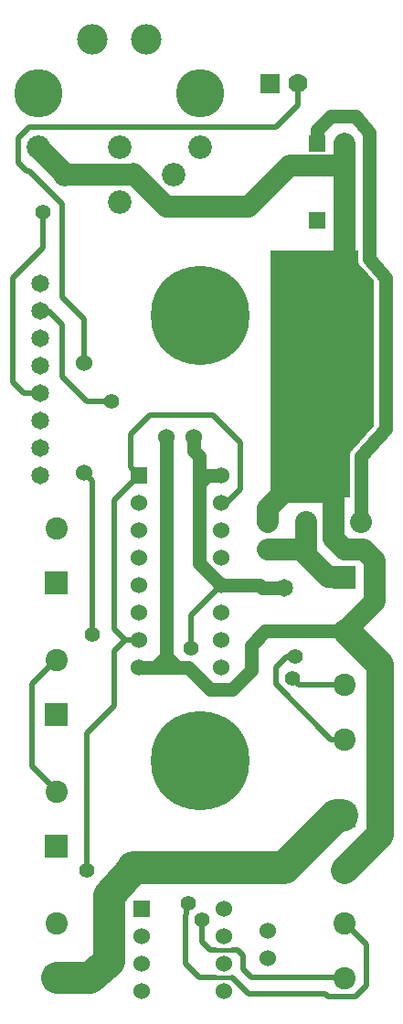
<source format=gbr>
G04 start of page 2 for group 0 idx 0 *
G04 Title: (unknown), solder *
G04 Creator: pcb 1.99x *
G04 CreationDate: Sun Mar 21 05:59:03 2010 UTC *
G04 For: davidellsworth *
G04 Format: Gerber/RS-274X *
G04 PCB-Dimensions: 155000 370000 *
G04 PCB-Coordinate-Origin: lower left *
%MOIN*%
%FSLAX24Y24*%
%LNBACK*%
%ADD11C,0.0500*%
%ADD12C,0.0200*%
%ADD13C,0.1000*%
%ADD14C,0.0800*%
%ADD15C,0.1200*%
%ADD16C,0.1150*%
%ADD17C,0.0150*%
%ADD18C,0.0600*%
%ADD19C,0.0812*%
%ADD20C,0.0650*%
%ADD21C,0.0860*%
%ADD22C,0.1110*%
%ADD23C,0.1760*%
%ADD24C,0.0700*%
%ADD25C,0.2550*%
%ADD26C,0.0550*%
%ADD27C,0.3600*%
%ADD28C,0.0512*%
%ADD29C,0.0300*%
%ADD30C,0.0950*%
%ADD31C,0.0450*%
%ADD32C,0.1300*%
%ADD33C,0.0250*%
G54D11*X13600Y18500D02*Y20900D01*
X14500Y21900D01*
Y27400D01*
X10000Y16100D02*X10800D01*
G54D12*X8500Y16200D02*X7400Y15100D01*
Y13900D01*
G54D11*X8500Y16200D02*X7700Y17000D01*
X8500Y16200D02*X9900D01*
X10000Y16100D02*X9900Y16200D01*
X7700Y20900D02*X7500Y21100D01*
X8000Y20200D02*X8500D01*
X7700Y19900D02*X8000Y20200D01*
X7700Y17000D02*Y20900D01*
X7500Y21100D02*Y21600D01*
X14500Y27400D02*X13900Y28100D01*
Y32700D01*
X12500Y33300D02*X12000Y32800D01*
Y32300D01*
X13900Y32700D02*X13400Y33300D01*
X12500D01*
G54D12*G36*
X10300Y26600D02*X12600D01*
Y26575D01*
X12361Y26554D01*
X12129Y26492D01*
X11912Y26390D01*
X11716Y26253D01*
X11546Y26083D01*
X11409Y25887D01*
X11307Y25670D01*
X11245Y25438D01*
X11224Y25200D01*
X11245Y24961D01*
X11307Y24729D01*
X11409Y24512D01*
X11546Y24316D01*
X11716Y24146D01*
X11912Y24009D01*
X12129Y23907D01*
X12361Y23845D01*
X12600Y23824D01*
Y19400D01*
X10300D01*
Y26600D01*
G37*
G36*
X12600D02*X14089D01*
Y22027D01*
X13310Y21160D01*
X13310Y21160D01*
X13306Y21156D01*
X13301Y21150D01*
X13283Y21124D01*
X13269Y21106D01*
X13266Y21101D01*
X13262Y21095D01*
X13249Y21067D01*
X13238Y21046D01*
X13236Y21040D01*
X13233Y21033D01*
X13225Y21003D01*
X13218Y20981D01*
X13217Y20975D01*
X13215Y20967D01*
X13213Y20936D01*
X13210Y20913D01*
X13210Y20907D01*
X13210Y20900D01*
Y19400D01*
X12600D01*
Y23824D01*
X12838Y23845D01*
X13070Y23907D01*
X13287Y24009D01*
X13483Y24146D01*
X13653Y24316D01*
X13790Y24512D01*
X13892Y24729D01*
X13954Y24961D01*
X13975Y25200D01*
X13954Y25438D01*
X13892Y25670D01*
X13790Y25887D01*
X13653Y26083D01*
X13483Y26253D01*
X13287Y26390D01*
X13070Y26492D01*
X12838Y26554D01*
X12600Y26575D01*
Y26600D01*
G37*
G36*
X10300Y28400D02*X13510D01*
Y28100D01*
X13515Y28032D01*
X13533Y27966D01*
X13562Y27905D01*
X13601Y27849D01*
X13649Y27801D01*
X13697Y27767D01*
X14089Y27309D01*
Y26500D01*
X13041D01*
X12838Y26554D01*
X12600Y26575D01*
X12361Y26554D01*
X12158Y26500D01*
X10300D01*
Y28400D01*
G37*
G54D13*X14300Y13300D02*X13100Y14500D01*
G54D14*X13000D01*
G54D13*X14300Y7100D02*Y13300D01*
X13000Y5800D02*X14300Y7100D01*
G54D11*X13000Y14500D02*X12900D01*
G54D14*X13000D02*X14100Y15600D01*
Y17100D01*
X13700Y17500D01*
X13000D01*
X12600Y17900D01*
G54D11*X11300Y25300D02*X11400Y25400D01*
Y25700D01*
X12000Y26300D01*
X13100D01*
X13200Y26200D01*
G54D14*X13000Y32300D02*Y27300D01*
X12600Y26900D02*X13000Y27300D01*
X12600Y17900D02*Y26900D01*
X10800Y19600D02*X12600D01*
G54D11*X12400Y23900D02*X12000D01*
X11300Y24600D01*
Y25300D01*
G54D14*X11000Y31500D02*X13000D01*
X6500Y30000D02*X9500D01*
X11000Y31500D01*
X5300Y31200D02*X6500Y30000D01*
X2831Y31178D02*X5321D01*
X1847Y32163D02*X2831Y31178D01*
G54D11*X13200Y26200D02*X13500D01*
X13700Y26000D01*
Y25800D01*
X13800Y25700D01*
Y24500D01*
X13200Y23900D01*
X12900D01*
X10131Y14531D02*X13000D01*
G54D14*X10200Y18500D02*Y19000D01*
X10800Y19600D01*
G54D11*X9600Y14000D02*X10131Y14531D01*
X6500Y21500D02*Y13700D01*
X6200Y13200D02*Y13300D01*
X6500Y13600D02*X6800Y13300D01*
X7300Y13200D02*X6200D01*
X5500D02*X6100D01*
X6500Y13600D01*
X9600Y14000D02*Y13100D01*
X8900Y12400D01*
X8100D02*X7300Y13200D01*
X8900Y12400D02*X8100D01*
G54D12*X900Y27400D02*X2000Y28500D01*
X900Y23600D02*Y27400D01*
X1900Y23200D02*X1300D01*
X900Y23600D01*
X3600Y22900D02*X2700Y23800D01*
Y25700D01*
X3500Y24300D02*Y25900D01*
X2700Y26700D01*
Y25700D02*X2200Y26200D01*
X1900D01*
G54D14*X12400Y16500D02*X11600Y17300D01*
X13000Y16500D02*X12400D01*
X11600Y17300D02*Y18500D01*
X10200Y17500D02*X11600D01*
G54D12*X5900Y22400D02*X8200D01*
X9200Y21400D01*
X8700Y19200D02*X8500D01*
X9200Y19700D02*X8700Y19200D01*
X9200Y21400D02*Y19700D01*
X5200Y21700D02*X5900Y22400D01*
X5500Y20200D02*X4600Y19300D01*
X5500Y20200D02*X5200Y20500D01*
Y21700D01*
X5000Y14200D02*X4600Y13800D01*
Y19300D02*Y14600D01*
X5000Y14200D01*
X5500D01*
X4500Y22900D02*X3600D01*
X3500Y20300D02*X3800Y20000D01*
Y14400D01*
X2000Y28500D02*Y29800D01*
X2700Y26700D02*Y30100D01*
X1500Y31300D01*
X1400D01*
X1100Y31600D01*
Y32500D01*
X1500Y32900D01*
X10500D01*
X11300Y33700D01*
Y34500D01*
X12505Y10594D02*X13000D01*
X11337Y12563D02*X13000D01*
X10500Y12600D02*X12505Y10594D01*
G54D15*X12700Y7800D02*X12900D01*
X10800Y5900D02*X12700Y7800D01*
G54D12*X9600Y1900D02*X13000D01*
X13800Y3100D02*X13000Y3900D01*
X13800Y1600D02*Y3100D01*
X9500Y1300D02*X12300D01*
X12400Y1200D01*
X13400D01*
X13800Y1600D01*
G54D16*X2500Y1900D02*X3700D01*
G54D12*X7700D02*X8300D01*
G54D17*X8900D01*
G54D12*X9600D02*X9300Y2200D01*
Y2700D01*
X7200Y2400D02*X7700Y1900D01*
G54D18*X2500Y3868D02*X2531Y3900D01*
G54D16*X3700Y1900D02*X4400Y2500D01*
Y4900D01*
X5300Y5900D01*
G54D12*X7200Y4100D02*Y2400D01*
X9300Y2700D02*X9100Y2900D01*
X8900Y1900D02*X9500Y1300D01*
X8100Y2900D02*X8300D01*
X8900D02*X9100D01*
G54D17*X8900D02*X8300D01*
G54D12*X8100D02*X7800Y3200D01*
Y4000D01*
X2500Y8700D02*X1600Y9600D01*
Y12600D01*
X2500Y13500D01*
X3600Y5800D02*Y10800D01*
X4600Y11800D01*
Y13800D02*Y11800D01*
G54D15*X5300Y5900D02*X10800D01*
G54D12*X7200Y4100D02*X7300Y4600D01*
X11100Y12800D02*X11337Y12563D01*
X11200Y13600D02*X10900D01*
X10500Y13200D01*
Y12600D01*
X8600Y13200D02*X8500D01*
G54D19*X13000Y14531D03*
Y12563D03*
Y10594D03*
G54D12*G36*
X12594Y8205D02*Y7394D01*
X13405D01*
Y8205D01*
X12594D01*
G37*
G54D19*X13000Y5831D03*
Y3863D03*
Y1894D03*
G54D12*G36*
X2094Y16705D02*Y15894D01*
X2905D01*
Y16705D01*
X2094D01*
G37*
G54D19*X2500Y18268D03*
G54D12*G36*
X12594Y16905D02*Y16094D01*
X13405D01*
Y16905D01*
X12594D01*
G37*
G54D14*X13600Y18500D03*
G54D18*X10200Y17500D03*
X8500Y15200D03*
Y16200D03*
Y17200D03*
Y18200D03*
X10200Y18500D03*
X5500Y18200D03*
Y17200D03*
Y16200D03*
Y15200D03*
G54D14*X11600Y18500D03*
X12600D03*
G54D18*X3500Y20300D03*
Y24300D03*
G54D20*X1900Y23200D03*
Y22200D03*
Y21200D03*
G54D18*X7500Y21600D03*
X6500D03*
G54D20*X1900Y20200D03*
G54D12*G36*
X5200Y20500D02*Y19900D01*
X5800D01*
Y20500D01*
X5200D01*
G37*
G54D18*X5500Y19200D03*
X8500D03*
Y20200D03*
G54D12*G36*
X2094Y7105D02*Y6294D01*
X2905D01*
Y7105D01*
X2094D01*
G37*
G36*
X5300Y4700D02*Y4100D01*
X5900D01*
Y4700D01*
X5300D01*
G37*
G54D18*X5600Y3400D03*
Y2400D03*
G54D19*X2500Y3868D03*
G54D18*X5600Y1400D03*
X8600D03*
Y2400D03*
Y3400D03*
Y4400D03*
X10200Y3600D03*
Y2600D03*
G54D19*X2500Y8668D03*
G54D12*G36*
X2094Y11905D02*Y11094D01*
X2905D01*
Y11905D01*
X2094D01*
G37*
G54D19*X2500Y13468D03*
G54D12*G36*
X2094Y2305D02*Y1494D01*
X2905D01*
Y2305D01*
X2094D01*
G37*
G54D18*X5500Y14200D03*
Y13200D03*
X8500D03*
Y14200D03*
G54D21*X1847Y32163D03*
X2831Y31178D03*
X4800Y30194D03*
Y32163D03*
X6768Y31178D03*
X7752Y32163D03*
G54D22*X3815Y36100D03*
X5784D03*
G54D23*X1847Y34131D03*
X7752D03*
G54D12*G36*
X9950Y34850D02*Y34150D01*
X10650D01*
Y34850D01*
X9950D01*
G37*
G54D24*X11300Y34500D03*
G54D12*G36*
X11700Y29800D02*Y29200D01*
X12300D01*
Y29800D01*
X11700D01*
G37*
G54D18*X13000Y29500D03*
G54D12*G36*
X11700Y32600D02*Y32000D01*
X12300D01*
Y32600D01*
X11700D01*
G37*
G54D18*X13000Y32300D03*
G54D25*X12600Y25200D03*
G54D20*X1900Y27200D03*
Y26200D03*
Y25200D03*
Y24200D03*
G54D26*X7400Y13900D03*
G54D20*X10800Y16100D03*
G54D26*X11200Y13600D03*
X11100Y12800D03*
X3600Y5800D03*
X7800Y4000D03*
X7300Y4600D03*
X3800Y14400D03*
G54D27*X7750Y26050D03*
G54D26*X4500Y22900D03*
X2000Y29800D03*
G54D27*X7750Y9800D03*
G54D28*G54D11*G54D29*G54D11*G54D29*G54D28*G54D29*G54D28*G54D29*G54D28*G54D29*G54D11*G54D30*G54D31*G54D29*G54D32*G54D29*G54D33*G54D29*G54D33*G54D32*G54D33*G54D32*M02*

</source>
